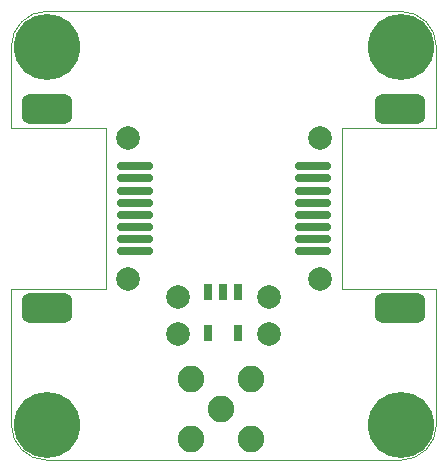
<source format=gts>
G04 #@! TF.GenerationSoftware,KiCad,Pcbnew,6.0.11*
G04 #@! TF.CreationDate,2023-02-26T14:58:43+01:00*
G04 #@! TF.ProjectId,patchloop2,70617463-686c-46f6-9f70-322e6b696361,1*
G04 #@! TF.SameCoordinates,PX5f5e100PY5d81fd0*
G04 #@! TF.FileFunction,Soldermask,Top*
G04 #@! TF.FilePolarity,Negative*
%FSLAX46Y46*%
G04 Gerber Fmt 4.6, Leading zero omitted, Abs format (unit mm)*
G04 Created by KiCad (PCBNEW 6.0.11) date 2023-02-26 14:58:43*
%MOMM*%
%LPD*%
G01*
G04 APERTURE LIST*
G04 Aperture macros list*
%AMRoundRect*
0 Rectangle with rounded corners*
0 $1 Rounding radius*
0 $2 $3 $4 $5 $6 $7 $8 $9 X,Y pos of 4 corners*
0 Add a 4 corners polygon primitive as box body*
4,1,4,$2,$3,$4,$5,$6,$7,$8,$9,$2,$3,0*
0 Add four circle primitives for the rounded corners*
1,1,$1+$1,$2,$3*
1,1,$1+$1,$4,$5*
1,1,$1+$1,$6,$7*
1,1,$1+$1,$8,$9*
0 Add four rect primitives between the rounded corners*
20,1,$1+$1,$2,$3,$4,$5,0*
20,1,$1+$1,$4,$5,$6,$7,0*
20,1,$1+$1,$6,$7,$8,$9,0*
20,1,$1+$1,$8,$9,$2,$3,0*%
G04 Aperture macros list end*
G04 #@! TA.AperFunction,Profile*
%ADD10C,0.100000*%
G04 #@! TD*
%ADD11C,2.000000*%
%ADD12RoundRect,0.175000X1.325000X-0.175000X1.325000X0.175000X-1.325000X0.175000X-1.325000X-0.175000X0*%
%ADD13RoundRect,0.625000X1.525000X-0.625000X1.525000X0.625000X-1.525000X0.625000X-1.525000X-0.625000X0*%
%ADD14C,1.200000*%
%ADD15RoundRect,0.175000X-1.325000X0.175000X-1.325000X-0.175000X1.325000X-0.175000X1.325000X0.175000X0*%
%ADD16RoundRect,0.625000X-1.525000X0.625000X-1.525000X-0.625000X1.525000X-0.625000X1.525000X0.625000X0*%
%ADD17C,2.250000*%
%ADD18C,5.600000*%
%ADD19R,0.760000X1.400000*%
G04 APERTURE END LIST*
D10*
X0Y3050000D02*
G75*
G03*
X3000000Y50000I3000000J0D01*
G01*
X33000000Y50000D02*
G75*
G03*
X36000000Y3050000I0J3000000D01*
G01*
X36000000Y35050000D02*
G75*
G03*
X33000000Y38050000I-3000000J0D01*
G01*
X36000000Y28150000D02*
X28000000Y28150000D01*
X36000000Y14550000D02*
X36000000Y3050000D01*
X28000000Y28150000D02*
X28000000Y14550000D01*
X3000000Y38050000D02*
X33000000Y38050000D01*
X3000000Y38050000D02*
G75*
G03*
X0Y35050000I0J-3000000D01*
G01*
X0Y28150000D02*
X8000000Y28150000D01*
X0Y14550000D02*
X0Y3050000D01*
X36000000Y35050000D02*
X36000000Y28150000D01*
X8000000Y14550000D02*
X0Y14550000D01*
X8000000Y28150000D02*
X8000000Y14550000D01*
X28000000Y14550000D02*
X36000000Y14550000D01*
X3000000Y50000D02*
X33000000Y50000D01*
X0Y35050000D02*
X0Y28150000D01*
X0Y3050000D02*
G75*
G03*
X3000000Y50000I3000000J0D01*
G01*
X33000000Y50000D02*
G75*
G03*
X36000000Y3050000I0J3000000D01*
G01*
X36000000Y35050000D02*
G75*
G03*
X33000000Y38050000I-3000000J0D01*
G01*
X36000000Y28150000D02*
X28000000Y28150000D01*
X36000000Y14550000D02*
X36000000Y3050000D01*
X28000000Y28150000D02*
X28000000Y14550000D01*
X3000000Y38050000D02*
X33000000Y38050000D01*
X3000000Y38050000D02*
G75*
G03*
X0Y35050000I0J-3000000D01*
G01*
X0Y28150000D02*
X8000000Y28150000D01*
X0Y14550000D02*
X0Y3050000D01*
X36000000Y35050000D02*
X36000000Y28150000D01*
X8000000Y14550000D02*
X0Y14550000D01*
X8000000Y28150000D02*
X8000000Y14550000D01*
X28000000Y14550000D02*
X36000000Y14550000D01*
X3000000Y50000D02*
X33000000Y50000D01*
X0Y35050000D02*
X0Y28150000D01*
D11*
X26150000Y15380000D03*
X26150000Y27320000D03*
D12*
X25550000Y17780000D03*
X25550000Y18800000D03*
X25550000Y19820000D03*
X25550000Y20840000D03*
X25550000Y21860000D03*
X25550000Y22880000D03*
X25550000Y23900000D03*
X25550000Y24920000D03*
D13*
X32950000Y29800000D03*
D14*
X32950000Y29970000D03*
D13*
X32950000Y12900000D03*
D14*
X32950000Y12730000D03*
D11*
X9850000Y27320000D03*
X9850000Y15380000D03*
D15*
X10450000Y24920000D03*
X10450000Y23900000D03*
X10450000Y22880000D03*
X10450000Y21860000D03*
X10450000Y20840000D03*
X10450000Y19820000D03*
X10450000Y18800000D03*
X10450000Y17780000D03*
D14*
X3050000Y12730000D03*
D16*
X3050000Y12900000D03*
X3050000Y29800000D03*
D14*
X3050000Y29970000D03*
D11*
X14100000Y13850000D03*
D17*
X17800000Y4350000D03*
X15260000Y1810000D03*
X20340000Y6890000D03*
X15260000Y6890000D03*
X20340000Y1810000D03*
D11*
X21800000Y13850000D03*
D18*
X3000000Y35050000D03*
X33000000Y35050000D03*
D11*
X21800000Y10750000D03*
D19*
X16630000Y10835000D03*
X19170000Y10835000D03*
X19170000Y14265000D03*
X17900000Y14265000D03*
X16630000Y14265000D03*
D18*
X3000000Y3050000D03*
D11*
X14100000Y10750000D03*
D18*
X33000000Y3050000D03*
M02*

</source>
